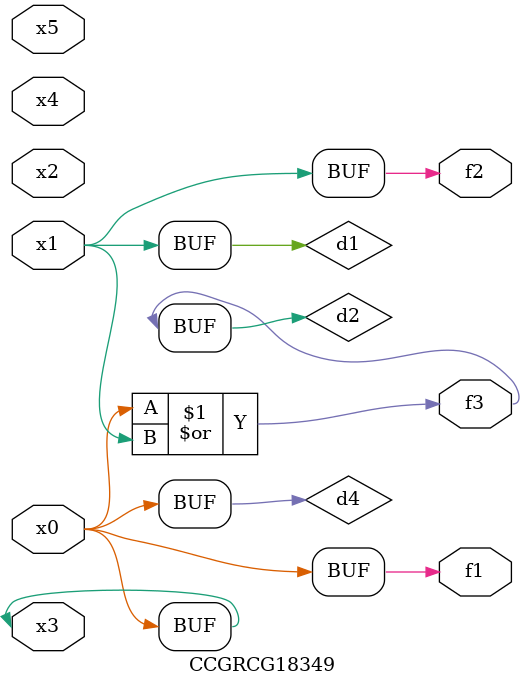
<source format=v>
module CCGRCG18349(
	input x0, x1, x2, x3, x4, x5,
	output f1, f2, f3
);

	wire d1, d2, d3, d4;

	and (d1, x1);
	or (d2, x0, x1);
	nand (d3, x0, x5);
	buf (d4, x0, x3);
	assign f1 = d4;
	assign f2 = d1;
	assign f3 = d2;
endmodule

</source>
